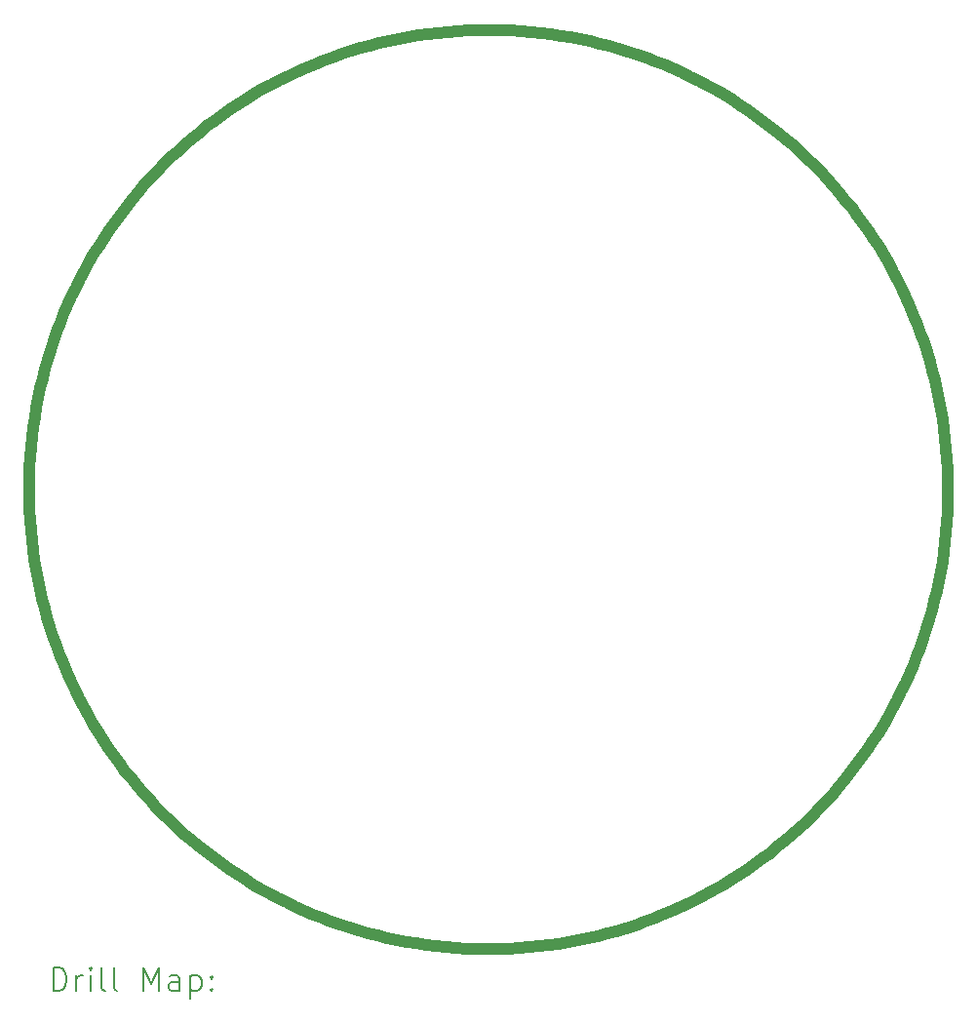
<source format=gbr>
%TF.GenerationSoftware,KiCad,Pcbnew,8.0.8*%
%TF.CreationDate,2025-04-01T18:27:43+02:00*%
%TF.ProjectId,Blahaj_Pentagramm_Badge_Front,426c6168-616a-45f5-9065-6e7461677261,rev?*%
%TF.SameCoordinates,Original*%
%TF.FileFunction,Drillmap*%
%TF.FilePolarity,Positive*%
%FSLAX45Y45*%
G04 Gerber Fmt 4.5, Leading zero omitted, Abs format (unit mm)*
G04 Created by KiCad (PCBNEW 8.0.8) date 2025-04-01 18:27:43*
%MOMM*%
%LPD*%
G01*
G04 APERTURE LIST*
%ADD10C,1.000000*%
%ADD11C,0.200000*%
G04 APERTURE END LIST*
D10*
X14079800Y-10001400D02*
X14168100Y-10004600D01*
X14255900Y-10009800D01*
X14343200Y-10016800D01*
X14430000Y-10025700D01*
X14516200Y-10036500D01*
X14601800Y-10049000D01*
X14686800Y-10063400D01*
X14771200Y-10079500D01*
X14855000Y-10097500D01*
X14938100Y-10117100D01*
X15020500Y-10138500D01*
X15102200Y-10161600D01*
X15183200Y-10186400D01*
X15263500Y-10212800D01*
X15343000Y-10240900D01*
X15421700Y-10270600D01*
X15499600Y-10301900D01*
X15576700Y-10334700D01*
X15653000Y-10369200D01*
X15728400Y-10405100D01*
X15802900Y-10442600D01*
X15876500Y-10481700D01*
X15949200Y-10522100D01*
X16021000Y-10564100D01*
X16091800Y-10607500D01*
X16161600Y-10652300D01*
X16230400Y-10698500D01*
X16298200Y-10746100D01*
X16364900Y-10795000D01*
X16430600Y-10845300D01*
X16495200Y-10896900D01*
X16558700Y-10949800D01*
X16621100Y-11004000D01*
X16682300Y-11059400D01*
X16742400Y-11116100D01*
X16801200Y-11174000D01*
X16858900Y-11233100D01*
X16915400Y-11293400D01*
X16970600Y-11354900D01*
X17024600Y-11417500D01*
X17077200Y-11481200D01*
X17128600Y-11546000D01*
X17178600Y-11611800D01*
X17227300Y-11678800D01*
X17274700Y-11746800D01*
X17320600Y-11815800D01*
X17365200Y-11885700D01*
X17408300Y-11956700D01*
X17450000Y-12028600D01*
X17490200Y-12101500D01*
X17528900Y-12175300D01*
X17566100Y-12250000D01*
X17601800Y-12325500D01*
X17636000Y-12402000D01*
X17668600Y-12479200D01*
X17699600Y-12557300D01*
X17728900Y-12636100D01*
X17756700Y-12715800D01*
X17782800Y-12796200D01*
X17807300Y-12877300D01*
X17830100Y-12959200D01*
X17851100Y-13041700D01*
X17870500Y-13125000D01*
X17888100Y-13208800D01*
X17903900Y-13293400D01*
X17917900Y-13378500D01*
X17930200Y-13464200D01*
X17940600Y-13550500D01*
X17949100Y-13637400D01*
X17955800Y-13724800D01*
X17960600Y-13812700D01*
X17963500Y-13901100D01*
X17964500Y-13990000D01*
X17964500Y-14006500D01*
X17963100Y-14095300D01*
X17959900Y-14183600D01*
X17954700Y-14271400D01*
X17947700Y-14358700D01*
X17938800Y-14445500D01*
X17928000Y-14531700D01*
X17915500Y-14617300D01*
X17901100Y-14702300D01*
X17884900Y-14786700D01*
X17867000Y-14870500D01*
X17847400Y-14953600D01*
X17826000Y-15036000D01*
X17802900Y-15117700D01*
X17778100Y-15198700D01*
X17751700Y-15279000D01*
X17723600Y-15358500D01*
X17693900Y-15437200D01*
X17662600Y-15515100D01*
X17629800Y-15592200D01*
X17595300Y-15668500D01*
X17559300Y-15743900D01*
X17521800Y-15818400D01*
X17482800Y-15892000D01*
X17442400Y-15964700D01*
X17400400Y-16036500D01*
X17357000Y-16107300D01*
X17312200Y-16177100D01*
X17266000Y-16245900D01*
X17218400Y-16313700D01*
X17169500Y-16380400D01*
X17119200Y-16446100D01*
X17067600Y-16510700D01*
X17014700Y-16574200D01*
X16960500Y-16636600D01*
X16905000Y-16697800D01*
X16848400Y-16757900D01*
X16790500Y-16816700D01*
X16731300Y-16874400D01*
X16671100Y-16930900D01*
X16609600Y-16986100D01*
X16547000Y-17040100D01*
X16483300Y-17092700D01*
X16418500Y-17144100D01*
X16352700Y-17194100D01*
X16285700Y-17242800D01*
X16217700Y-17290200D01*
X16148700Y-17336100D01*
X16078700Y-17380700D01*
X16007800Y-17423800D01*
X15935800Y-17465500D01*
X15863000Y-17505700D01*
X15789200Y-17544400D01*
X15714500Y-17581600D01*
X15639000Y-17617300D01*
X15562500Y-17651500D01*
X15485300Y-17684000D01*
X15407200Y-17715100D01*
X15328300Y-17744400D01*
X15248700Y-17772200D01*
X15168300Y-17798300D01*
X15087200Y-17822800D01*
X15005300Y-17845600D01*
X14922800Y-17866600D01*
X14839500Y-17886000D01*
X14755700Y-17903600D01*
X14671100Y-17919400D01*
X14586000Y-17933400D01*
X14500300Y-17945700D01*
X14414000Y-17956100D01*
X14327100Y-17964600D01*
X14239700Y-17971300D01*
X14151800Y-17976100D01*
X14063400Y-17979000D01*
X13974500Y-17980000D01*
X13958000Y-17980000D01*
X13869200Y-17978600D01*
X13780900Y-17975400D01*
X13693100Y-17970200D01*
X13605800Y-17963200D01*
X13519000Y-17954300D01*
X13432800Y-17943500D01*
X13347200Y-17931000D01*
X13262200Y-17916600D01*
X13177800Y-17900400D01*
X13094000Y-17882500D01*
X13010900Y-17862900D01*
X12928500Y-17841500D01*
X12846800Y-17818400D01*
X12765800Y-17793600D01*
X12685500Y-17767200D01*
X12606000Y-17739100D01*
X12527300Y-17709400D01*
X12449400Y-17678100D01*
X12372300Y-17645300D01*
X12296000Y-17610800D01*
X12220600Y-17574800D01*
X12146100Y-17537300D01*
X12072500Y-17498300D01*
X11999800Y-17457900D01*
X11928000Y-17415900D01*
X11857200Y-17372500D01*
X11787400Y-17327700D01*
X11718600Y-17281500D01*
X11650800Y-17233900D01*
X11584100Y-17185000D01*
X11518400Y-17134700D01*
X11453800Y-17083100D01*
X11390300Y-17030200D01*
X11327900Y-16976000D01*
X11266700Y-16920500D01*
X11206600Y-16863900D01*
X11147700Y-16805900D01*
X11090100Y-16746800D01*
X11033600Y-16686600D01*
X10978400Y-16625100D01*
X10924400Y-16562500D01*
X10871800Y-16498800D01*
X10820400Y-16434000D01*
X10770400Y-16368100D01*
X10721700Y-16301200D01*
X10674300Y-16233200D01*
X10628400Y-16164200D01*
X10583800Y-16094200D01*
X10540700Y-16023300D01*
X10499000Y-15951300D01*
X10458800Y-15878500D01*
X10420100Y-15804700D01*
X10382900Y-15730000D01*
X10347200Y-15654500D01*
X10313000Y-15578000D01*
X10280400Y-15500800D01*
X10249400Y-15422700D01*
X10220100Y-15343800D01*
X10192300Y-15264200D01*
X10166200Y-15183800D01*
X10141700Y-15102700D01*
X10118900Y-15020800D01*
X10097900Y-14938300D01*
X10078500Y-14855000D01*
X10060900Y-14771100D01*
X10045100Y-14686600D01*
X10031100Y-14601500D01*
X10018800Y-14515800D01*
X10008400Y-14429500D01*
X9999900Y-14342600D01*
X9993200Y-14255200D01*
X9988400Y-14167300D01*
X9985500Y-14078900D01*
X9984500Y-13990000D01*
X9984500Y-13973500D01*
X9985900Y-13884700D01*
X9989100Y-13796400D01*
X9994300Y-13708600D01*
X10001300Y-13621300D01*
X10010200Y-13534500D01*
X10021000Y-13448300D01*
X10033500Y-13362700D01*
X10047900Y-13277700D01*
X10064100Y-13193300D01*
X10082000Y-13109500D01*
X10101600Y-13026400D01*
X10123000Y-12944000D01*
X10146100Y-12862300D01*
X10170900Y-12781300D01*
X10197300Y-12701000D01*
X10225400Y-12621500D01*
X10255100Y-12542800D01*
X10286400Y-12464900D01*
X10319200Y-12387800D01*
X10353700Y-12311500D01*
X10389600Y-12236100D01*
X10427200Y-12161600D01*
X10466200Y-12088000D01*
X10506600Y-12015300D01*
X10548600Y-11943500D01*
X10592000Y-11872700D01*
X10636800Y-11802900D01*
X10683000Y-11734100D01*
X10730600Y-11666300D01*
X10779500Y-11599600D01*
X10829800Y-11533900D01*
X10881400Y-11469300D01*
X10934300Y-11405800D01*
X10988500Y-11343400D01*
X11044000Y-11282200D01*
X11100600Y-11222100D01*
X11158500Y-11163200D01*
X11217700Y-11105600D01*
X11277900Y-11049100D01*
X11339400Y-10993900D01*
X11402000Y-10939900D01*
X11465700Y-10887300D01*
X11530500Y-10835900D01*
X11596300Y-10785900D01*
X11663300Y-10737200D01*
X11731300Y-10689800D01*
X11800300Y-10643900D01*
X11870200Y-10599300D01*
X11941200Y-10556200D01*
X12013100Y-10514500D01*
X12086000Y-10474300D01*
X12159800Y-10435600D01*
X12234500Y-10398400D01*
X12310000Y-10362700D01*
X12386500Y-10328500D01*
X12463700Y-10295900D01*
X12541800Y-10264900D01*
X12620600Y-10235600D01*
X12700300Y-10207800D01*
X12780700Y-10181700D01*
X12861800Y-10157200D01*
X12943700Y-10134400D01*
X13026200Y-10113400D01*
X13109500Y-10094000D01*
X13193300Y-10076400D01*
X13277900Y-10060600D01*
X13363000Y-10046600D01*
X13448700Y-10034300D01*
X13535000Y-10023900D01*
X13621900Y-10015400D01*
X13709300Y-10008700D01*
X13797200Y-10003900D01*
X13885600Y-10001000D01*
X13974500Y-10000000D01*
X13991000Y-10000000D01*
X14079800Y-10001400D01*
D11*
X10195277Y-18341484D02*
X10195277Y-18141484D01*
X10195277Y-18141484D02*
X10242896Y-18141484D01*
X10242896Y-18141484D02*
X10271467Y-18151008D01*
X10271467Y-18151008D02*
X10290515Y-18170055D01*
X10290515Y-18170055D02*
X10300039Y-18189103D01*
X10300039Y-18189103D02*
X10309563Y-18227198D01*
X10309563Y-18227198D02*
X10309563Y-18255770D01*
X10309563Y-18255770D02*
X10300039Y-18293865D01*
X10300039Y-18293865D02*
X10290515Y-18312912D01*
X10290515Y-18312912D02*
X10271467Y-18331960D01*
X10271467Y-18331960D02*
X10242896Y-18341484D01*
X10242896Y-18341484D02*
X10195277Y-18341484D01*
X10395277Y-18341484D02*
X10395277Y-18208150D01*
X10395277Y-18246246D02*
X10404801Y-18227198D01*
X10404801Y-18227198D02*
X10414324Y-18217674D01*
X10414324Y-18217674D02*
X10433372Y-18208150D01*
X10433372Y-18208150D02*
X10452420Y-18208150D01*
X10519086Y-18341484D02*
X10519086Y-18208150D01*
X10519086Y-18141484D02*
X10509563Y-18151008D01*
X10509563Y-18151008D02*
X10519086Y-18160531D01*
X10519086Y-18160531D02*
X10528610Y-18151008D01*
X10528610Y-18151008D02*
X10519086Y-18141484D01*
X10519086Y-18141484D02*
X10519086Y-18160531D01*
X10642896Y-18341484D02*
X10623848Y-18331960D01*
X10623848Y-18331960D02*
X10614324Y-18312912D01*
X10614324Y-18312912D02*
X10614324Y-18141484D01*
X10747658Y-18341484D02*
X10728610Y-18331960D01*
X10728610Y-18331960D02*
X10719086Y-18312912D01*
X10719086Y-18312912D02*
X10719086Y-18141484D01*
X10976229Y-18341484D02*
X10976229Y-18141484D01*
X10976229Y-18141484D02*
X11042896Y-18284341D01*
X11042896Y-18284341D02*
X11109563Y-18141484D01*
X11109563Y-18141484D02*
X11109563Y-18341484D01*
X11290515Y-18341484D02*
X11290515Y-18236722D01*
X11290515Y-18236722D02*
X11280991Y-18217674D01*
X11280991Y-18217674D02*
X11261943Y-18208150D01*
X11261943Y-18208150D02*
X11223848Y-18208150D01*
X11223848Y-18208150D02*
X11204801Y-18217674D01*
X11290515Y-18331960D02*
X11271467Y-18341484D01*
X11271467Y-18341484D02*
X11223848Y-18341484D01*
X11223848Y-18341484D02*
X11204801Y-18331960D01*
X11204801Y-18331960D02*
X11195277Y-18312912D01*
X11195277Y-18312912D02*
X11195277Y-18293865D01*
X11195277Y-18293865D02*
X11204801Y-18274817D01*
X11204801Y-18274817D02*
X11223848Y-18265293D01*
X11223848Y-18265293D02*
X11271467Y-18265293D01*
X11271467Y-18265293D02*
X11290515Y-18255770D01*
X11385753Y-18208150D02*
X11385753Y-18408150D01*
X11385753Y-18217674D02*
X11404801Y-18208150D01*
X11404801Y-18208150D02*
X11442896Y-18208150D01*
X11442896Y-18208150D02*
X11461943Y-18217674D01*
X11461943Y-18217674D02*
X11471467Y-18227198D01*
X11471467Y-18227198D02*
X11480991Y-18246246D01*
X11480991Y-18246246D02*
X11480991Y-18303389D01*
X11480991Y-18303389D02*
X11471467Y-18322436D01*
X11471467Y-18322436D02*
X11461943Y-18331960D01*
X11461943Y-18331960D02*
X11442896Y-18341484D01*
X11442896Y-18341484D02*
X11404801Y-18341484D01*
X11404801Y-18341484D02*
X11385753Y-18331960D01*
X11566705Y-18322436D02*
X11576229Y-18331960D01*
X11576229Y-18331960D02*
X11566705Y-18341484D01*
X11566705Y-18341484D02*
X11557182Y-18331960D01*
X11557182Y-18331960D02*
X11566705Y-18322436D01*
X11566705Y-18322436D02*
X11566705Y-18341484D01*
X11566705Y-18217674D02*
X11576229Y-18227198D01*
X11576229Y-18227198D02*
X11566705Y-18236722D01*
X11566705Y-18236722D02*
X11557182Y-18227198D01*
X11557182Y-18227198D02*
X11566705Y-18217674D01*
X11566705Y-18217674D02*
X11566705Y-18236722D01*
M02*

</source>
